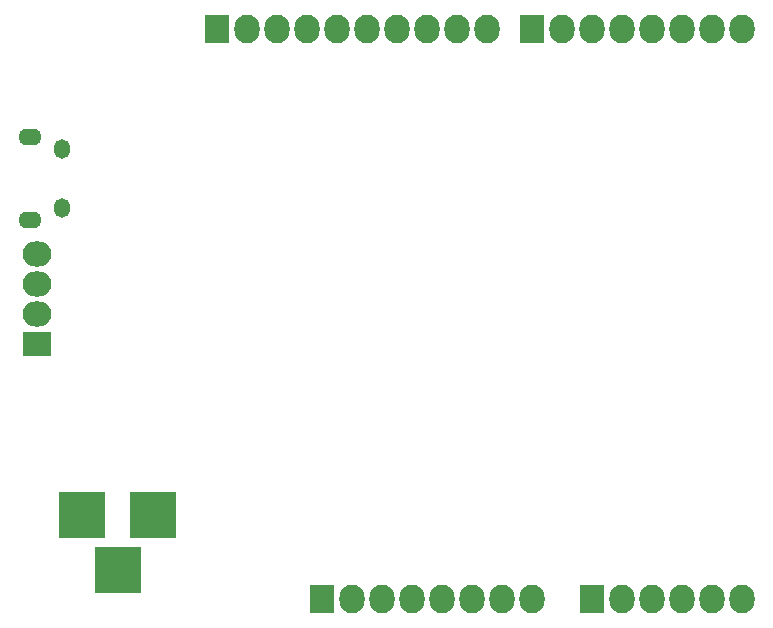
<source format=gbs>
G04 #@! TF.GenerationSoftware,KiCad,Pcbnew,no-vcs-found-40f60c9~58~ubuntu16.10.1*
G04 #@! TF.CreationDate,2017-04-03T12:46:04+07:00*
G04 #@! TF.ProjectId,iot-wifi-uno-hw,696F742D776966692D756E6F2D68772E,rev?*
G04 #@! TF.FileFunction,Soldermask,Bot*
G04 #@! TF.FilePolarity,Negative*
%FSLAX46Y46*%
G04 Gerber Fmt 4.6, Leading zero omitted, Abs format (unit mm)*
G04 Created by KiCad (PCBNEW no-vcs-found-40f60c9~58~ubuntu16.10.1) date Mon Apr  3 12:46:04 2017*
%MOMM*%
%LPD*%
G01*
G04 APERTURE LIST*
%ADD10C,0.100000*%
%ADD11O,1.950000X1.400000*%
%ADD12O,1.350000X1.650000*%
%ADD13R,2.432000X2.127200*%
%ADD14O,2.432000X2.127200*%
%ADD15O,2.127200X2.432000*%
%ADD16R,2.127200X2.432000*%
%ADD17R,3.900120X3.900120*%
G04 APERTURE END LIST*
D10*
D11*
X112400540Y-77159100D03*
X112400540Y-70159100D03*
D12*
X115100540Y-76159100D03*
X115100540Y-71159100D03*
D13*
X113030000Y-87630000D03*
D14*
X113030000Y-85090000D03*
X113030000Y-82550000D03*
X113030000Y-80010000D03*
D15*
X154940000Y-109220000D03*
X152400000Y-109220000D03*
X149860000Y-109220000D03*
X147320000Y-109220000D03*
X144780000Y-109220000D03*
X142240000Y-109220000D03*
X139700000Y-109220000D03*
D16*
X137160000Y-109220000D03*
X160020000Y-109220000D03*
D15*
X162560000Y-109220000D03*
X165100000Y-109220000D03*
X167640000Y-109220000D03*
X170180000Y-109220000D03*
X172720000Y-109220000D03*
D16*
X154940000Y-60960000D03*
D15*
X157480000Y-60960000D03*
X160020000Y-60960000D03*
X162560000Y-60960000D03*
X165100000Y-60960000D03*
X167640000Y-60960000D03*
X170180000Y-60960000D03*
X172720000Y-60960000D03*
D16*
X128270000Y-60960000D03*
D15*
X130810000Y-60960000D03*
X133350000Y-60960000D03*
X135890000Y-60960000D03*
X138430000Y-60960000D03*
X140970000Y-60960000D03*
X143510000Y-60960000D03*
X146050000Y-60960000D03*
X148590000Y-60960000D03*
X151130000Y-60960000D03*
D17*
X122839480Y-102108000D03*
X116840000Y-102108000D03*
X119839740Y-106807000D03*
M02*

</source>
